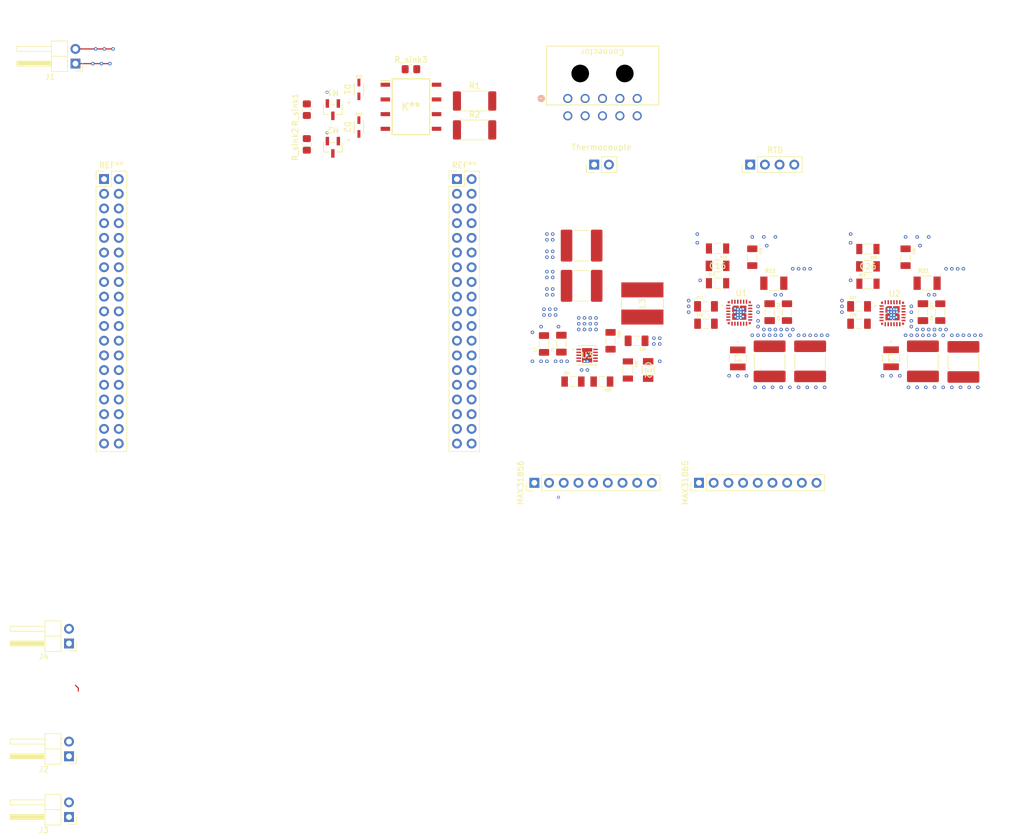
<source format=kicad_pcb>
(kicad_pcb (version 20241229) (generator "pcbnew") (generator_version "9.0")
  (layers (0 "F.Cu" signal) (4 "In1.Cu" power "GND") (6 "In2.Cu" power "PIN") (2 "B.Cu" signal) (13 "F.Paste" user) (15 "B.Paste" user) (5 "F.SilkS" user "F.Silkscreen") (7 "B.SilkS" user "B.Silkscreen") (1 "F.Mask" user) (3 "B.Mask" user) (25 "Edge.Cuts" user))
  (net 0 "")
  (net 1 "GND")
  (net 2 "Net-(U1-TR{slash}SS)")
  (net 3 "Net-(U1-FB)")
  (net 4 "Net-(U1-INTVCC)")
  (net 5 "Net-(U1-BST)")
  (net 6 "Net-(U1-SW)")
  (net 7 "Net-(U2-TR{slash}SS)")
  (net 8 "Net-(U2-FB)")
  (net 9 "Net-(U2-INTVCC)")
  (net 10 "Net-(U2-BST)")
  (net 11 "Net-(U2-SW)")
  (net 12 "Net-(U3-FB)")
  (net 13 "Net-(U3-BST)")
  (net 14 "Net-(U3-SW)")
  (net 15 "Net-(U3-INTVCC)")
  (net 16 "Net-(U1-RT)")
  (net 17 "Net-(U2-RT)")
  (net 18 "Net-(U3-RT)")
  (net 36 "SSRin+")
  (net 37 "SSRout-1")
  (net 38 "SSRin-2")
  (net 39 "RTD+")
  (net 40 "10V")
  (net 41 "SSRin-1")
  (net 42 "RTDSens")
  (net 43 "Heater+")
  (net 44 "Thermocouple-")
  (net 45 "RTD-")
  (net 46 "GND_analog")
  (net 47 "SSRout-2")
  (net 48 "Thermocouple+")
  (net 49 "MOSFETGait2")
  (net 50 "3.3V")
  (net 51 "MAX_SCK")
  (net 52 "MAX_SDO")
  (net 53 "MAX_SDI")
  (net 54 "MOSFETGait1")
  (net 55 "Therm_CS")
  (net 56 "GND_Digital")
  (net 57 "RTD_CS")
  (net 58 "HeaterSW1")
  (net 59 "5V")
  (net 60 "HeaterSW2")
  (net 61 "/Pin")
  (net 62 "/5V")
  (net 63 "/3.3V")
  (net 64 "/8V")
  (footprint "Connector_PinHeader_2.54mm:PinHeader_2x19_P2.54mm_Vertical" (layer "F.Cu") (at 134.45 74)
    (property "Reference" "REF**")
    (property "Value" "PinHeader_2x19_P2.54mm_Vertical")
  )
  (footprint "Connector_PinHeader_2.54mm:PinHeader_1x04_P2.54mm_Vertical" (layer "F.Cu") (at 185.14 71.5 90)
    (property "Reference" "RTD")
    (property "Value" "PinHeader_1x04_P2.54mm_Vertical")
  )
  (footprint "KRM55QR71H226KH13K:CAPC6153X390N" (layer "F.Cu") (at 188.5 105.5 90)
    (property "Reference" "C18" (hide yes))
    (property "Value" "22uF" (hide yes))
  )
  (footprint "KRM55QR71H226KH13K:CAPC6153X390N" (layer "F.Cu") (at 156 85.5 180)
    (property "Reference" "C4" (hide yes))
    (property "Value" "22uF" (hide yes))
  )
  (footprint "Library:2N7002NXAKR" (layer "F.Cu") (at 113 62 180)
    (property "Reference" "M1")
    (property "Value" "TO-236AB_SOT23_NEX")
  )
  (footprint "CL31B104KBCNNNC:CAPC3216X100N" (layer "F.Cu") (at 161 101.953 -90)
    (property "Reference" "C33")
    (property "Value" "0.1uF")
  )
  (footprint "footprints44:IND_BOURNS_SRR6038" (layer "F.Cu") (at 166.5 95.5 90)
    (property "Reference" "L3")
    (property "Value" "10uH")
  )
  (footprint "MountingHole:MountingHole_3.2mm_M3" (layer "F.Cu") (at 223 53.5)
    (property "Reference" "REF**" (hide yes))
    (property "Value" "MountingHole_3.2mm_M3")
  )
  (footprint "CL31B104KBCNNNC:CAPC3216X100N" (layer "F.Cu") (at 177.5 99)
    (property "Reference" "C19")
    (property "Value" "0.1uF")
  )
  (footprint "footprints67:CAP_C1206C-X7R-EB_KEM" (layer "F.Cu") (at 205.5 89.0875)
    (property "Reference" "C26")
    (property "Value" "10pF")
  )
  (footprint "CL31B102KBCNNNC:CAPC3216X100N" (layer "F.Cu") (at 212 87.5 -90)
    (property "Reference" "C25")
    (property "Value" "1nF")
  )
  (footprint "footprints67:CAP_C1206C-X7R-EB_KEM" (layer "F.Cu") (at 167.5 107 -90)
    (property "Reference" "C32")
    (property "Value" "10pF")
  )
  (footprint "ERJ_14NF4122U:RES_ERJ14NF4122U" (layer "F.Cu") (at 189.225 92)
    (property "Reference" "R11")
    (property "Value" "41.2k" (hide yes))
  )
  (footprint "Resistor_SMD:R_0805_2012Metric_Pad1.20x1.40mm_HandSolder" (layer "F.Cu") (at 126.5 55)
    (property "Reference" "R_sink3")
    (property "Value" "R_0805_2012Metric_Pad1.20x1.40mm_HandSolder")
  )
  (footprint "Library:BAT54HT1G" (layer "F.Cu") (at 117.5 65 -90)
    (property "Reference" "D2")
    (property "Value" "CR_SOD-323_2L_ONS")
  )
  (footprint "footprints55:IND_DFE322512F_MUR" (layer "F.Cu") (at 209.5 104.9732 -90)
    (property "Reference" "L2")
    (property "Value" "3.3uH")
  )
  (footprint "Connector_PinHeader_2.54mm:PinHeader_1x09_P2.54mm_Vertical" (layer "F.Cu") (at 147.83 126.5 90)
    (property "Reference" "MAX31856")
    (property "Value" "PinHeader_1x09_P2.54mm_Vertical")
  )
  (footprint "CL31B102KBCNNNC:CAPC3216X100N" (layer "F.Cu") (at 185.5 87.5 -90)
    (property "Reference" "C15")
    (property "Value" "1nF")
  )
  (footprint "Resistor_SMD:R_0805_2012Metric_Pad1.20x1.40mm_HandSolder" (layer "F.Cu") (at 108.5 68 -90)
    (property "Reference" "R_sink2")
    (property "Value" "R_0805_2012Metric_Pad1.20x1.40mm_HandSolder")
  )
  (footprint "footprints55:IND_DFE322512F_MUR" (layer "F.Cu") (at 183 105 -90)
    (property "Reference" "L1")
    (property "Value" "3.3uH")
  )
  (footprint "CRCW120660K4FKEAHP:RESC3116X65N" (layer "F.Cu") (at 154.5 109)
    (property "Reference" "R31")
    (property "Value" "60.4k")
  )
  (footprint "LT8640SEV_PBF:CONV_LT8640SEV_PBF" (layer "F.Cu") (at 183.25 97.1)
    (property "Reference" "U1")
    (property "Value" "LT8640SEV_PBF" (hide yes))
  )
  (footprint "Library:LAA108STR" (layer "F.Cu") (at 126.5 61.5)
    (property "Reference" "K**")
    (property "Value" "LAA108STR" (hide yes))
  )
  (footprint "KRM55QR71H226KH13K:CAPC6153X390N" (layer "F.Cu") (at 215 105.5 90)
    (property "Reference" "C28" (hide yes))
    (property "Value" "22uF" (hide yes))
  )
  (footprint "CL31B475KBHNFNE:CAPC3216X180N" (layer "F.Cu") (at 152.5 102.453 90)
    (property "Reference" "C1")
    (property "Value" "4.7uF")
  )
  (footprint "RCS12061M00JNEA:RESC3116X65N" (layer "F.Cu") (at 179.4986 92)
    (property "Reference" "R12")
    (property "Value" "1M")
  )
  (footprint "CL31B475KBHNFNE:CAPC3216X180N" (layer "F.Cu") (at 188.5 97 -90)
    (property "Reference" "C13")
    (property "Value" "4.7uF" (hide yes))
  )
  (footprint "Resistor_SMD:R_2512_6332Metric_Pad1.40x3.35mm_HandSolder" (layer "F.Cu") (at 137.5 65.5)
    (property "Reference" "R2")
    (property "Value" "R_2512_6332Metric_Pad1.40x3.35mm_HandSolder")
  )
  (footprint "CRCW1206240KFKEA:RESC3116X60N" (layer "F.Cu") (at 205.5 92.0875)
    (property "Reference" "R22")
    (property "Value" "240k")
  )
  (footprint "Resistor_SMD:R_2512_6332Metric_Pad1.40x3.35mm_HandSolder" (layer "F.Cu") (at 137.5 60.5)
    (property "Reference" "R1")
    (property "Value" "R_2512_6332Metric_Pad1.40x3.35mm_HandSolder")
  )
  (footprint "CRCW1206243KFKEA:RESC3116X60N" (layer "F.Cu") (at 179.4986 86 180)
    (property "Reference" "R13")
    (property "Value" "243k")
  )
  (footprint "Connector_PinHeader_2.54mm:PinHeader_1x02_P2.54mm_Horizontal" (layer "F.Cu") (at 67.385 184.275 180)
    (property "Reference" "J3")
    (property "Value" "Conn_01x02_Pin")
  )
  (footprint "Connector_PinHeader_2.54mm:PinHeader_1x02_P2.54mm_Horizontal" (layer "F.Cu") (at 67.385 154.275 180)
    (property "Reference" "J4")
    (property "Value" "Conn_01x02_Pin")
  )
  (footprint "KRM55QR71H226KH13K:CAPC6153X390N" (layer "F.Cu") (at 222 105.605 90)
    (property "Reference" "C3" (hide yes))
    (property "Value" "22uF" (hide yes))
  )
  (footprint "RCS1206100KFKEA:RESC3116X65N" (layer "F.Cu") (at 205.485 86.0875 180)
    (property "Reference" "R23")
    (property "Value" "100k")
  )
  (footprint "CL31B104KBCNNNC:CAPC3216X100N" (layer "F.Cu") (at 203.953 99)
    (property "Reference" "C29")
    (property "Value" "0.1uF")
  )
  (footprint "CL31B104KBCNNNC:CAPC3216X100N" (layer "F.Cu") (at 218 97 90)
    (property "Reference" "C6")
    (property "Value" "0.1uF")
  )
  (footprint "CL31B105KBHNNNE:CAPC3216X180N" (layer "F.Cu") (at 203.96 96)
    (property "Reference" "C27")
    (property "Value" "1uF")
  )
  (footprint "Connector_PinHeader_2.54mm:PinHeader_1x02_P2.54mm_Horizontal" (layer "F.Cu") (at 67.385 173.775 180)
    (property "Reference" "J2")
    (property "Value" "Conn_01x02_Pin")
  )
  (footprint "Connector_PinHeader_2.54mm:PinHeader_1x09_P2.54mm_Vertical" (layer "F.Cu") (at 176.29 126.5 90)
    (property "Reference" "MAX31865")
    (property "Value" "PinHeader_1x09_P2.54mm_Vertical")
  )
  (footprint "CL31B105KBHNNNE:CAPC3216X180N" (layer "F.Cu") (at 177.5 96)
    (property "Reference" "C17")
    (property "Value" "1uF")
  )
  (footprint "ERJ_14NF4122U:RES_ERJ14NF4122U" (layer "F.Cu") (at 215.725 92)
    (property "Reference" "R21")
    (property "Value" "41.2k" (hide yes))
  )
  (footprint "Library:0430451000" (layer "F.Cu") (at 153.610402 60.064301 180)
    (property "Reference" "Connector")
    (property "Value" "0430451000")
  )
  (footprint "KRM55QR71H226KH13K:CAPC6153X390N" (layer "F.Cu") (at 156 92.453 180)
    (property "Reference" "C31" (hide yes))
    (property "Value" "22uF")
  )
  (footprint "LT8640SEV_PBF:CONV_LT8640SEV_PBF" (layer "F.Cu") (at 209.75 97.1875)
    (property "Reference" "U2")
    (property "Value" "LT8640SEV_PBF" (hide yes))
  )
  (footprint "footprints67:CAP_C1206C-X7R-EB_KEM" (layer "F.Cu") (at 179.5 89)
    (property "Reference" "C16")
    (property "Value" "10pF")
  )
  (footprint "CL31B475KBHNFNE:CAPC3216X180N" (layer "F.Cu") (at 215 97 -90)
    (property "Reference" "C23")
    (property "Value" "4.7uF" (hide yes))
  )
  (footprint "Connector_PinHeader_2.54mm:PinHeader_1x02_P2.54mm_Horizontal" (layer "F.Cu") (at 68.5 54.04 180)
    (property "Reference" "J1")
    (property "Value" "Conn_01x02_Pin")
  )
  (footprint "CL31B104KBCNNNC:CAPC3216X100N" (layer "F.Cu") (at 191.5 97 90)
    (property "Reference" "C5")
    (property "Value" "0.1uF")
  )
  (footprint "footprints:05-08-1699_ADI" (layer "F.Cu") (at 156.9478 104.453001)
    (property "Reference" "U3")
    (property "Value" "LT8619EDD-TRPBF" (hide yes))
  )
  (footprint "KRM55QR71H226KH13K:CAPC6153X390N" (layer "F.Cu") (at 195.5 105.5 90)
    (property "Reference" "C2" (hide yes))
    (property "Value" "22uF" (hide yes))
  )
  (footprint "Library:2N7002NXAKR" (layer "F.Cu") (at 113 68.5 180)
    (property "Reference" "M2")
    (property "Value" "TO-236AB_SOT23_NEX")
  )
  (footprint "CL31B104KBCNNNC:CAPC3216X100N" (layer "F.Cu") (at 149.5 102.5 90)
    (property "Reference" "C7")
    (property "Value" "0.1uF")
  )
  (footprint "Resistor_SMD:R_0805_2012Metric_Pad1.20x1.40mm_HandSolder" (layer "F.Cu") (at 108.5 62 -90)
    (property "Reference" "R_sink1")
    (property "Value" "R_0805_2012Metric_Pad1.20x1.40mm_HandSolder")
  )
  (footprint "CL31B105KBHNNNE:CAPC3216X180N" (layer "F.Cu") (at 165.5 101.953 180)
    (property "Reference" "C34")
    (property "Value" "1uF")
  )
  (footprint "CRCW12061M05FKEA:RESC3116X60N" (layer "F.Cu") (at 164 107 -90)
    (property "Reference" "R32")
    (property "Value" "1.05M")
  )
  (footprint "Connector_PinHeader_2.54mm:PinHeader_1x02_P2.54mm_Vertical" (layer "F.Cu") (at 158.175 71.5 90)
    (property "Reference" "Thermocouple")
    (property "Value" "PinHeader_1x02_P2.54mm_Vertical")
  )
  (footprint "Library:BAT54HT1G" (layer "F.Cu") (at 117.5 58.5 -90)
    (property "Reference" "D1")
    (property "Value" "CR_SOD-323_2L_ONS")
  )
  (footprint "Connector_PinHeader_2.54mm:PinHeader_2x19_P2.54mm_Vertical" (layer "F.Cu") (at 73.45 74)
    (property "Reference" "REF**")
    (property "Value" "PinHeader_2x19_P2.54mm_Vertical")
  )
  (footprint "CRM1206_FX_1203ELF:RESC3116X65N" (layer "F.Cu") (at 159.5 109 180)
    (property "Reference" "R33")
    (property "Value" "120k")
  )
  (segment (start 69 162) (end 68.5 161.5) (width 0.2) (layer "F.Cu") (net 0))
  (segment (start 69 162.5) (end 69 162) (width 0.2) (layer "F.Cu") (net 0))
  (via (at 187.5 110) (size 0.6) (drill 0.3) (layers "F.Cu" "B.Cu") (net 0))
  (via (at 214 100) (size 0.6) (drill 0.3) (layers "F.Cu" "B.Cu") (net 0))
  (via (at 197.5 101) (size 0.6) (drill 0.3) (layers "F.Cu" "B.Cu") (net 0))
  (via (at 186.5 99.5) (size 0.6) (drill 0.3) (layers "F.Cu" "B.Cu") (net 0))
  (via (at 219 100) (size 0.6) (drill 0.3) (layers "F.Cu" "B.Cu") (net 0))
  (via (at 216 94) (size 0.6) (drill 0.3) (layers "F.Cu" "B.Cu") (net 0))
  (via (at 215 100) (size 0.6) (drill 0.3) (layers "F.Cu" "B.Cu") (net 0))
  (via (at 215 101) (size 0.6) (drill 0.3) (layers "F.Cu" "B.Cu") (net 0))
  (via (at 223 110) (size 0.6) (drill 0.3) (layers "F.Cu" "B.Cu") (net 0))
  (via (at 189.5 100) (size 0.6) (drill 0.3) (layers "F.Cu" "B.Cu") (net 0))
  (via (at 186.5 96) (size 0.6) (drill 0.3) (layers "F.Cu" "B.Cu") (net 0))
  (via (at 202.5 83.5) (size 0.6) (drill 0.3) (layers "F.Cu" "B.Cu") (net 0))
  (via (at 187.5 101) (size 0.6) (drill 0.3) (layers "F.Cu" "B.Cu") (net 0))
  (via (at 216 100) (size 0.6) (drill 0.3) (layers "F.Cu" "B.Cu") (net 0))
  (via (at 225 101) (size 0.6) (drill 0.3) (layers "F.Cu" "B.Cu") (net 0))
  (via (at 192 110) (size 0.6) (drill 0.3) (layers "F.Cu" "B.Cu") (net 0))
  (via (at 218.5 101) (size 0.6) (drill 0.3) (layers "F.Cu" "B.Cu") (net 0))
  (via (at 213 99.5) (size 0.6) (drill 0.3) (layers "F.Cu" "B.Cu") (net 0))
  (via (at 221 89.5) (size 0.6) (drill 0.3) (layers "F.Cu" "B.Cu") (net 0))
  (via (at 216 84) (size 0.6) (drill 0.3) (layers "F.Cu" "B.Cu") (net 0))
  (via (at 186.5 97) (size 0.6) (drill 0.3) (layers "F.Cu" "B.Cu") (net 0))
  (via (at 215.5 110) (size 0.6) (drill 0.3) (layers "F.Cu" "B.Cu") (net 0))
  (via (at 213 98.5) (size 0.6) (drill 0.3) (layers "F.Cu" "B.Cu") (net 0))
  (via (at 211 108) (size 0.6) (drill 0.3) (layers "F.Cu" "B.Cu") (net 0))
  (via (at 212 101) (size 0.6) (drill 0.3) (layers "F.Cu" "B.Cu") (net 0))
  (via (at 224 101) (size 0.6) (drill 0.3) (layers "F.Cu" "B.Cu") (net 0))
  (via (at 185.5 84) (size 0.6) (drill 0.3) (layers "F.Cu" "B.Cu") (net 0))
  (via (at 196.5 110) (size 0.6) (drill 0.3) (layers "F.Cu" "B.Cu") (net 0))
  (via (at 192.5 100) (size 0.6) (drill 0.3) (layers "F.Cu" "B.Cu") (net 0))
  (via (at 217 94) (size 0.6) (drill 0.3) (layers "F.Cu" "B.Cu") (net 0))
  (via (at 189.5 94) (size 0.6) (drill 0.3) (layers "F.Cu" "B.Cu") (net 0))
  (via (at 220 89.5) (size 0.6) (drill 0.3) (layers "F.Cu" "B.Cu") (net 0))
  (via (at 214 110) (size 0.6) (drill 0.3) (layers "F.Cu" "B.Cu") (net 0))
  (via (at 176 83.5) (size 0.6) (drill 0.3) (layers "F.Cu" "B.Cu") (net 0))
  (via (at 194.5 89.5) (size 0.6) (drill 0.3) (layers "F.Cu" "B.Cu") (net 0))
  (via (at 193.5 101) (size 0.6) (drill 0.3) (layers "F.Cu" "B.Cu") (net 0))
  (via (at 217 100) (size 0.6) (drill 0.3) (layers "F.Cu" "B.Cu") (net 0))
  (via (at 213 96) (size 0.6) (drill 0.3) (layers "F.Cu" "B.Cu") (net 0))
  (via (at 198 110) (size 0.6) (drill 0.3) (layers "F.Cu" "B.Cu") (net 0))
  (via (at 201 96) (size 0.6) (drill 0.3) (layers "F.Cu" "B.Cu") (net 0))
  (via (at 220 110) (size 0.6) (drill 0.3) (layers "F.Cu" "B.Cu") (net 0))
  (via (at 193.5 110) (size 0.6) (drill 0.3) (layers "F.Cu" "B.Cu") (net 0))
  (via (at 201 95) (size 0.6) (drill 0.3) (layers "F.Cu" "B.Cu") (net 0))
  (via (at 187.5 100) (size 0.6) (drill 0.3) (layers "F.Cu" "B.Cu") (net 0))
  (via (at 189 110) (size 0.6) (drill 0.3) (layers "F.Cu" "B.Cu") (net 0))
  (via (at 188.5 101) (size 0.6) (drill 0.3) (layers "F.Cu" "B.Cu") (net 0))
  (via (at 214 84) (size 0.6) (drill 0.3) (layers "F.Cu" "B.Cu") (net 0))
  (via (at 218 100) (size 0.6) (drill 0.3) (layers "F.Cu" "B.Cu") (net 0))
  (via (at 195 110) (size 0.6) (drill 0.3) (layers "F.Cu" "B.Cu") (net 0))
  (via (at 190.5 101) (size 0.6) (drill 0.3) (layers "F.Cu" "B.Cu") (net 0))
  (via (at 224.5 110) (size 0.6) (drill 0.3) (layers "F.Cu" "B.Cu") (net 0))
  (via (at 187.5 84) (size 0.6) (drill 0.3) (layers "F.Cu" "B.Cu") (net 0))
  (via (at 214.5 85.5) (size 0.6) (drill 0.3) (layers "F.Cu" "B.Cu") (net 0))
  (via (at 189.5 84) (size 0.6) (drill 0.3) (layers "F.Cu" "B.Cu") (net 0))
  (via (at 186.5 98.5) (size 0.6) (drill 0.3) (layers "F.Cu" "B.Cu") (net 0))
  (via (at 181.5 108) (size 0.6) (drill 0.3) (layers "F.Cu" "B.Cu") (net 0))
  (via (at 218.5 110) (size 0.6) (drill 0.3) (layers "F.Cu" "B.Cu") (net 0))
  (via (at 221 101) (size 0.6) (drill 0.3) (layers "F.Cu" "B.Cu") (net 0))
  (via (at 214 101) (size 0.6) (drill 0.3) (layers "F.Cu" "B.Cu") (net 0))
  (via (at 195.5 101) (size 0.6) (drill 0.3) (layers "F.Cu" "B.Cu") (net 0))
  (via (at 190.5 94) (size 0.6) (drill 0.3) (layers "F.Cu" "B.Cu") (net 0))
  (via (at 222 89.5) (size 0.6) (drill 0.3) (layers "F.Cu" "B.Cu") (net 0))
  (via (at 222 101) (size 0.6) (drill 0.3) (layers "F.Cu" "B.Cu") (net 0))
  (via (at 212 84) (size 0.6) (drill 0.3) (layers "F.Cu" "B.Cu") (net 0))
  (via (at 219 89.5) (size 0.6) (drill 0.3) (layers "F.Cu" "B.Cu") (net 0))
  (via (at 212.5 110) (size 0.6) (drill 0.3) (layers "F.Cu" "B.Cu") (net 0))
  (via (at 196.5 101) (size 0.6) (drill 0.3) (layers "F.Cu" "B.Cu") (net 0))
  (via (at 220 101) (size 0.6) (drill 0.3) (layers "F.Cu" "B.Cu") (net 0))
  (via (at 185.5 101) (size 0.6) (drill 0.3) (layers "F.Cu" "B.Cu") (net 0))
  (via (at 198.5 101) (size 0.6) (drill 0.3) (layers "F.Cu" "B.Cu") (net 0))
  (via (at 186.5 101) (size 0.6) (drill 0.3) (layers "F.Cu" "B.Cu") (net 0))
  (via (at 191.5 100) (size 0.6) (drill 0.3) (layers "F.Cu" "B.Cu") (net 0))
  (via (at 195.5 89.5) (size 0.6) (drill 0.3) (layers "F.Cu" "B.Cu") (net 0))
  (via (at 217 101) (size 0.6) (drill 0.3) (layers "F.Cu" "B.Cu") (net 0))
  (via (at 202.5 91.5) (size 0.6) (drill 0.3) (layers "F.Cu" "B.Cu") (net 0))
  (via (at 223 101) (size 0.6) (drill 0.3) (layers "F.Cu" "B.Cu") (net 0))
  (via (at 176 85) (size 0.6) (drill 0.3) (layers "F.Cu" "B.Cu") (net 0))
  (via (at 176.5 91.5) (size 0.6) (drill 0.3) (layers "F.Cu" "B.Cu") (net 0))
  (via (at 188 85.5) (size 0.6) (drill 0.3) (layers "F.Cu" "B.Cu") (net 0))
  (via (at 174.5 97) (size 0.6) (drill 0.3) (layers "F.Cu" "B.Cu") (net 0))
  (via (at 216 101) (size 0.6) (drill 0.3) (layers "F.Cu" "B.Cu") (net 0))
  (via (at 213 97) (size 0.6) (drill 0.3) (layers "F.Cu" "B.Cu") (net 0))
  (via (at 193.5 89.5) (size 0.6) (drill 0.3) (layers "F.Cu" "B.Cu") (net 0))
  (via (at 208 108) (size 0.6) (drill 0.3) (layers "F.Cu" "B.Cu") (net 0))
  (via (at 189.5 101) (size 0.6) (drill 0.3) (layers "F.Cu" "B.Cu") (net 0))
  (via (at 194.5 101) (size 0.6) (drill 0.3) (layers "F.Cu" "B.Cu") (net 0))
  (via (at 192.5 89.5) (size 0.6) (drill 0.3) (layers "F.Cu" "B.Cu") (net 0))
  (via (at 201 97) (size 0.6) (drill 0.3) (layers "F.Cu" "B.Cu") (net 0))
  (via (at 190.5 110) (size 0.6) (drill 0.3) (layers "F.Cu" "B.Cu") (net 0))
  (via (at 202.5 85) (size 0.6) (drill 0.3) (layers "F.Cu" "B.Cu") (net 0))
  (via (at 190.5 100) (size 0.6) (drill 0.3) (layers "F.Cu" "B.Cu") (net 0))
  (via (at 184.5 108) (size 0.6) (drill 0.3) (layers "F.Cu" "B.Cu") (net 0))
  (via (at 213 101) (size 0.6) (drill 0.3) (layers "F.Cu" "B.Cu") (net 0))
  (via (at 183 108) (size 0.6) (drill 0.3) (layers "F.Cu" "B.Cu") (net 0))
  (via (at 192 101) (size 0.6) (drill 0.3) (layers "F.Cu" "B.Cu") (net 0))
  (via (at 174.5 95) (size 0.6) (drill 0.3) (layers "F.Cu" "B.Cu") (net 0))
  (via (at 174.5 96) (size 0.6) (drill 0.3) (layers "F.Cu" "B.Cu") (net 0))
  (via (at 186 110) (size 0.6) (drill 0.3) (layers "F.Cu" "B.Cu") (net 0))
  (via (at 217 110) (size 0.6) (drill 0.3) (layers "F.Cu" "B.Cu") (net 0))
  (via (at 209.5 108) (size 0.6) (drill 0.3) (layers "F.Cu" "B.Cu") (net 0))
  (via (at 221.5 110) (size 0.6) (drill 0.3) (layers "F.Cu" "B.Cu") (net 0))
  (via (at 188.5 100) (size 0.6) (drill 0.3) (layers "F.Cu" "B.Cu") (net 0))
  (segment (start 73.5 51.5) (end 75 51.5) (width 0.2) (layer "F.Cu") (net 1))
  (segment (start 72 51.5) (end 73.5 51.5) (width 0.2) (layer "F.Cu") (net 1))
  (segment (start 68.5 51.5) (end 72 51.5) (width 0.2) (layer "F.Cu") (net 1))
  (via (at 210 96.5) (size 0.6) (drill 0.3) (layers "F.Cu" "B.Cu") (net 1))
  (via (at 157 105.5) (size 0.6) (drill 0.3) (layers "F.Cu" "B.Cu") (net 1))
  (via (at 157.5 98) (size 0.6) (drill 0.3) (layers "F.Cu" "B.Cu") (net 1))
  (via (at 209.025 96.4625) (size 0.6) (drill 0.3) (layers "F.Cu" "B.Cu") (net 1))
  (via (at 151 91) (size 0.6) (drill 0.3) (layers "F.Cu" "B.Cu") (net 1))
  (via (at 72 51.5) (size 0.6) (drill 0.3) (layers "F.Cu" "B.Cu") (net 1))
  (via (at 150 90) (size 0.6) (drill 0.3) (layers "F.Cu" "B.Cu") (net 1))
  (via (at 182.5 97) (size 0.6) (drill 0.3) (layers "F.Cu" "B.Cu") (net 1))
  (via (at 210.4125 97.85) (size 0.6) (drill 0.3) (layers "F.Cu" "B.Cu") (net 1))
  (via (at 156 107) (size 0.6) (drill 0.3) (layers "F.Cu" "B.Cu") (net 1))
  (via (at 210 98) (size 0.6) (drill 0.3) (layers "F.Cu" "B.Cu") (net 1))
  (via (at 209.5 97.5) (size 0.6) (drill 0.3) (layers "F.Cu" "B.Cu") (net 1))
  (via (at 169.5 105.5) (size 0.6) (drill 0.3) (layers "F.Cu" "B.Cu") (net 1))
  (via (at 155.5 99) (size 0.6) (drill 0.3) (layers "F.Cu" "B.Cu") (net 1))
  (via (at 209 97) (size 0.6) (drill 0.3) (layers "F.Cu" "B.Cu") (net 1))
  (via (at 209.5 97) (size 0.6) (drill 0.3) (layers "F.Cu" "B.Cu") (net 1))
  (via (at 209.025 96.4625) (size 0.6) (drill 0.3) (layers "F.Cu" "B.Cu") (net 1))
  (via (at 184 97) (size 0.6) (drill 0.3) (layers "F.Cu" "B.Cu") (net 1))
  (via (at 150 91) (size 0.6) (drill 0.3) (layers "F.Cu" "B.Cu") (net 1))
  (via (at 183.5 98) (size 0.6) (drill 0.3) (layers "F.Cu" "B.Cu") (net 1))
  (via (at 150 84.5) (size 0.6) (drill 0.3) (layers "F.Cu" "B.Cu") (net 1))
  (via (at 210 97) (size 0.6) (drill 0.3) (layers "F.Cu" "B.Cu") (net 1))
  (via (at 151 93) (size 0.6) (drill 0.3) (layers "F.Cu" "B.Cu") (net 1))
  (via (at 150 83.5) (size 0.6) (drill 0.3) (layers "F.Cu" "B.Cu") (net 1))
  (via (at 149.5 96.5) (size 0.6) (drill 0.3) (layers "F.Cu" "B.Cu") (net 1))
  (via (at 112 66) (size 0.5) (drill 0.3) (layers "F.Cu" "B.Cu") (net 1))
  (via (at 151 83.5) (size 0.6) (drill 0.3) (layers "F.Cu" "B.Cu") (net 1))
  (via (at 155.5 100) (size 0.6) (drill 0.3) (layers "F.Cu" "B.Cu") (net 1))
  (via (at 150.5 97.5) (size 0.6) (drill 0.3) (layers "F.Cu" "B.Cu") (net 1))
  (via (at 150 87.5) (size 0.6) (drill 0.3) (layers "F.Cu" "B.Cu") (net 1))
  (via (at 158.5 99) (size 0.6) (drill 0.3) (layers "F.Cu" "B.Cu") (net 1))
  (via (at 169.5 102.5) (size 0.6) (drill 0.3) (layers "F.Cu" "B.Cu") (net 1))
  (via (at 150 86.5) (size 0.6) (drill 0.3) (layers "F.Cu" "B.Cu") (net 1))
  (via (at 158.5 98) (size 0.6) (drill 0.3) (layers "F.Cu" "B.Cu") (net 1))
  (via (at 183 97.5) (size 0.6) (drill 0.3) (layers "F.Cu" "B.Cu") (net 1))
  (via (at 209.5 98) (size 0.6) (drill 0.3) (layers "F.Cu" "B.Cu") (net 1))
  (via (at 183 97) (size 0.6) (drill 0.3) (layers "F.Cu" "B.Cu") (net 1))
  (via (at 156.5 100) (size 0.6) (drill 0.3) (layers "F.Cu" "B.Cu") (net 1))
  (via (at 151 87.5) (size 0.6) (drill 0.3) (layers "F.Cu" "B.Cu") (net 1))
  (via (at 183.5 97.5) (size 0.6) (drill 0.3) (layers "F.Cu" "B.Cu") (net 1))
  (via (at 157.5 99) (size 0.6) (drill 0.3) (layers "F.Cu" "B.Cu") (net 1))
  (via (at 150.5 96.5) (size 0.6) (drill 0.3) (layers "F.Cu" "B.Cu") (net 1))
  (via (at 75 51.5) (size 0.6) (drill 0.3) (layers "F.Cu" "B.Cu") (net 1))
  (via (at 155.5 98) (size 0.6) (drill 0.3) (layers "F.Cu" "B.Cu") (net 1))
  (via (at 183 98) (size 0.6) (drill 0.3) (layers "F.Cu" "B.Cu") (net 1))
  (via (at 210.5 97) (size 0.6) (drill 0.3) (layers "F.Cu" "B.Cu") (net 1))
  (via (at 210.4125 96.525) (size 0.6) (drill 0.3) (layers "F.Cu" "B.Cu") (net 1))
  (via (at 182.5875 97.7625) (size 0.6) (drill 0.3) (layers "F.Cu" "B.Cu") (net 1))
  (via (at 151 90) (size 0.6) (drill 0.3) (layers "F.Cu" "B.Cu") (net 1))
  (via (at 210.4125 96.525) (size 0.6) (drill 0.3) (layers "F.Cu" "B.Cu") (net 1))
  (via (at 209.0875 97.85) (size 0.6) (drill 0.3) (layers "F.Cu" "B.Cu") (net 1))
  (via (at 150 93) (size 0.6) (drill 0.3) (layers "F.Cu" "B.Cu") (net 1))
  (via (at 183.5 96.5) (size 0.6) (drill 0.3) (layers "F.Cu" "B.Cu") (net 1))
  (via (at 156.5 98) (size 0.6) (drill 0.3) (layers "F.Cu" "B.Cu") (net 1))
  (via (at 183.9125 96.4375) (size 0.6) (drill 0.3) (layers "F.Cu" "B.Cu") (net 1))
  (via (at 183.5 97) (size 0.6) (drill 0.3) (layers "F.Cu" "B.Cu") (net 1))
  (via (at 149.5 97.5) (size 0.6) (drill 0.3) (layers "F.Cu" "B.Cu") (net 1))
  (via (at 149 99.5) (size 0.6) (drill 0.3) (layers "F.Cu" "B.Cu") (net 1))
  (via (at 157.5 100) (size 0.6) (drill 0.3) (layers "F.Cu" "B.Cu") (net 1))
  (via (at 209.5 96.5) (size 0.6) (drill 0.3) (layers "F.Cu" "B.Cu") (net 1))
  (via (at 151.5 96.5) (size 0.6) (drill 0.3) (layers "F.Cu" "B.Cu") (net 1))
  (via (at 152 99.5) (size 0.6) (drill 0.3) (layers "F.Cu" "B.Cu") (net 1))
  (via (at 183.9125 97.7625) (size 0.6) (drill 0.3) (layers "F.Cu" "B.Cu") (net 1))
  (via (at 156.9478 104.453001) (size 0.6) (drill 0.3) (layers "F.Cu" "B.Cu") (net 1))
  (via (at 158.5 100) (size 0.6) (drill 0.3) (layers "F.Cu" "B.Cu") (net 1))
  (via (at 156.5 99) (size 0.6) (drill 0.3) (layers "F.Cu" "B.Cu") (net 1))
  (via (at 183 96.5) (size 0.6) (drill 0.3) (layers "F.Cu" "B.Cu") (net 1))
  (via (at 169.5 101.5) (size 0.6) (drill 0.3) (layers "F.Cu" "B.Cu") (net 1))
  (via (at 182.525 96.375) (size 0.6) (drill 0.3) (layers "F.Cu" "B.Cu") (net 1))
  (via (at 151 86.5) (size 0.6) (drill 0.3) (layers "F.Cu" "B.Cu") (net 1))
  (via (at 157 107) (size 0.6) (drill 0.3) (layers "F.Cu" "B.Cu") (net 1))
  (via (at 168.5 102.5) (size 0.6) (drill 0.3) (layers "F.Cu" "B.Cu") (net 1))
  (via (at 210.4125 96.525) (size 0.6) (drill 0.3) (layers "F.Cu" "B.Cu") (net 1))
  (via (at 156.5 105.5) (size 0.6) (drill 0.3) (layers "F.Cu" "B.Cu") (net 1))
  (via (at 150 94) (size 0.6) (drill 0.3) (layers "F.Cu" "B.Cu") (net 1))
  (via (at 112 59) (size 0.5) (drill 0.3) (layers "F.Cu" "B.Cu") (net 1))
  (via (at 210.4125 96.525) (size 0.6) (drill 0.3) (layers "F.Cu" "B.Cu") (net 1))
  (via (at 151.5 97.5) (size 0.6) (drill 0.3) (layers "F.Cu" "B.Cu") (net 1))
  (via (at 73.5 51.5) (size 0.6) (drill 0.3) (layers "F.Cu" "B.Cu") (net 1))
  (via (at 210.4125 96.525) (size 0.6) (drill 0.3) (layers "F.Cu" "B.Cu") (net 1))
  (via (at 151 94) (size 0.6) (drill 0.3) (layers "F.Cu" "B.Cu") (net 1))
  (via (at 147.5 100.5) (size 0.6) (drill 0.3) (layers "F.Cu" "B.Cu") (net 1))
  (via (at 168.5 101.5) (size 0.6) (drill 0.3) (layers "F.Cu" "B.Cu") (net 1))
  (via (at 151 84.5) (size 0.6) (drill 0.3) (layers "F.Cu" "B.Cu") (net 1))
  (via (at 210 97.5) (size 0.6) (drill 0.3) (layers "F.Cu" "B.Cu") (net 1))
  (via (at 209.025 96.4625) (size 0.6) (drill 0.3) (layers "F.Cu" "B.Cu") (net 1))
  (via (at 152 129) (size 0.5) (drill 0.3) (layers "F.Cu" "B.Cu") (net 55))
  (segment (start 68.5 54.04) (end 71.5 54.04) (width 0.2) (layer "F.Cu") (net 61))
  (segment (start 73 54.04) (end 74.46 54.04) (width 0.2) (layer "F.Cu") (net 61))
  (segment (start 71.5 54.04) (end 73 54.04) (width 0.2) (layer "F.Cu") (net 61))
  (segment (start 74.46 54.04) (end 74.5 54) (width 0.2) (layer "F.Cu") (net 61))
  (via (at 71.5 54.04) (size 0.6) (drill 0.3) (layers "F.Cu" "B.Cu") (net 61))
  (via (at 150 105.5) (size 0.6) (drill 0.3) (layers "F.Cu" "B.Cu") (net 61))
  (via (at 73 54.04) (size 0.6) (drill 0.3) (layers "F.Cu" "B.Cu") (net 61))
  (via (at 74.46 54.04) (size 0.6) (drill 0.3) (layers "F.Cu" "B.Cu") (net 61))
  (via (at 149 105.5) (size 0.6) (drill 0.3) (layers "F.Cu" "B.Cu") (net 61))
  (via (at 147.5 105.5) (size 0.6) (drill 0.3) (layers "F.Cu" "B.Cu") (net 61))
  (via (at 151.5 105.5) (size 0.6) (drill 0.3) (layers "F.Cu" "B.Cu") (net 61))
  (via (at 153.5 105.5) (size 0.6) (drill 0.3) (layers "F.Cu" "B.Cu") (net 61))
  (via (at 152.5 105.5) (size 0.6) (drill 0.3) (layers "F.Cu" "B.Cu") (net 61))
)
</source>
